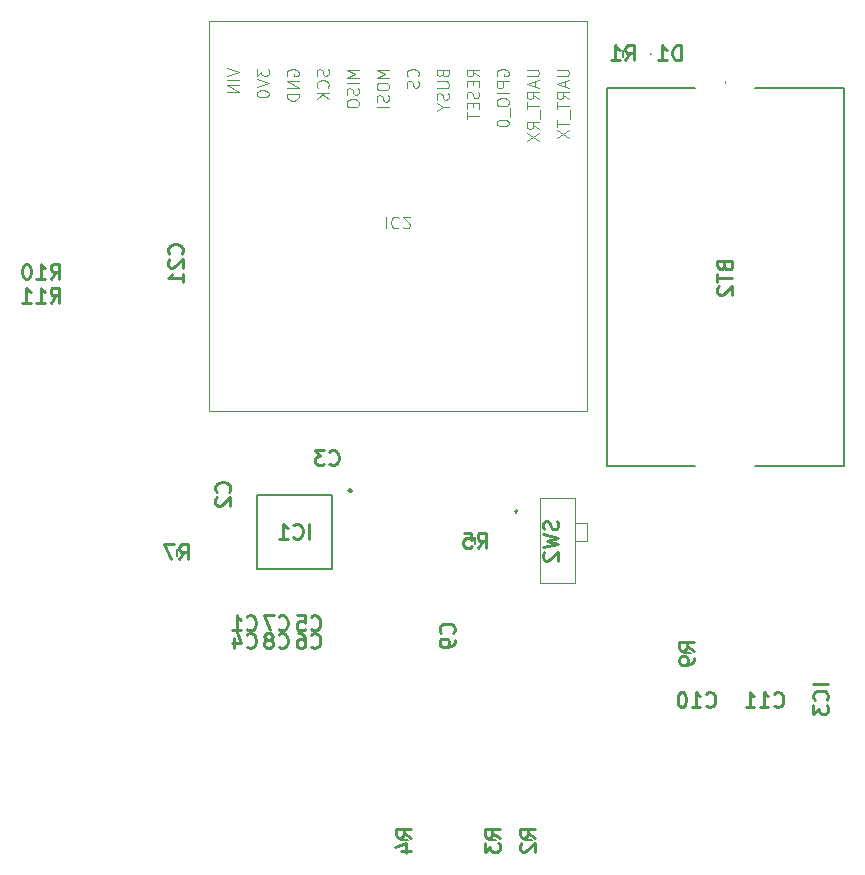
<source format=gbr>
%TF.GenerationSoftware,KiCad,Pcbnew,9.0.6-1.fc43*%
%TF.CreationDate,2025-12-20T07:51:11-05:00*%
%TF.ProjectId,electrical,656c6563-7472-4696-9361-6c2e6b696361,rev?*%
%TF.SameCoordinates,Original*%
%TF.FileFunction,Legend,Bot*%
%TF.FilePolarity,Positive*%
%FSLAX46Y46*%
G04 Gerber Fmt 4.6, Leading zero omitted, Abs format (unit mm)*
G04 Created by KiCad (PCBNEW 9.0.6-1.fc43) date 2025-12-20 07:51:11*
%MOMM*%
%LPD*%
G01*
G04 APERTURE LIST*
%ADD10C,0.254000*%
%ADD11C,0.100000*%
%ADD12C,0.200000*%
%ADD13C,0.250000*%
G04 APERTURE END LIST*
D10*
X168763842Y-105306666D02*
X168824318Y-105488095D01*
X168824318Y-105488095D02*
X168824318Y-105790476D01*
X168824318Y-105790476D02*
X168763842Y-105911428D01*
X168763842Y-105911428D02*
X168703365Y-105971904D01*
X168703365Y-105971904D02*
X168582413Y-106032381D01*
X168582413Y-106032381D02*
X168461461Y-106032381D01*
X168461461Y-106032381D02*
X168340508Y-105971904D01*
X168340508Y-105971904D02*
X168280032Y-105911428D01*
X168280032Y-105911428D02*
X168219556Y-105790476D01*
X168219556Y-105790476D02*
X168159080Y-105548571D01*
X168159080Y-105548571D02*
X168098603Y-105427619D01*
X168098603Y-105427619D02*
X168038127Y-105367142D01*
X168038127Y-105367142D02*
X167917175Y-105306666D01*
X167917175Y-105306666D02*
X167796222Y-105306666D01*
X167796222Y-105306666D02*
X167675270Y-105367142D01*
X167675270Y-105367142D02*
X167614794Y-105427619D01*
X167614794Y-105427619D02*
X167554318Y-105548571D01*
X167554318Y-105548571D02*
X167554318Y-105850952D01*
X167554318Y-105850952D02*
X167614794Y-106032381D01*
X167554318Y-106455714D02*
X168824318Y-106758095D01*
X168824318Y-106758095D02*
X167917175Y-107000000D01*
X167917175Y-107000000D02*
X168824318Y-107241905D01*
X168824318Y-107241905D02*
X167554318Y-107544286D01*
X167675270Y-107967619D02*
X167614794Y-108028095D01*
X167614794Y-108028095D02*
X167554318Y-108149048D01*
X167554318Y-108149048D02*
X167554318Y-108451429D01*
X167554318Y-108451429D02*
X167614794Y-108572381D01*
X167614794Y-108572381D02*
X167675270Y-108632857D01*
X167675270Y-108632857D02*
X167796222Y-108693334D01*
X167796222Y-108693334D02*
X167917175Y-108693334D01*
X167917175Y-108693334D02*
X168098603Y-108632857D01*
X168098603Y-108632857D02*
X168824318Y-107907143D01*
X168824318Y-107907143D02*
X168824318Y-108693334D01*
X174511666Y-66324318D02*
X174935000Y-65719556D01*
X175237381Y-66324318D02*
X175237381Y-65054318D01*
X175237381Y-65054318D02*
X174753571Y-65054318D01*
X174753571Y-65054318D02*
X174632619Y-65114794D01*
X174632619Y-65114794D02*
X174572142Y-65175270D01*
X174572142Y-65175270D02*
X174511666Y-65296222D01*
X174511666Y-65296222D02*
X174511666Y-65477651D01*
X174511666Y-65477651D02*
X174572142Y-65598603D01*
X174572142Y-65598603D02*
X174632619Y-65659080D01*
X174632619Y-65659080D02*
X174753571Y-65719556D01*
X174753571Y-65719556D02*
X175237381Y-65719556D01*
X173302142Y-66324318D02*
X174027857Y-66324318D01*
X173665000Y-66324318D02*
X173665000Y-65054318D01*
X173665000Y-65054318D02*
X173785952Y-65235746D01*
X173785952Y-65235746D02*
X173906904Y-65356699D01*
X173906904Y-65356699D02*
X174027857Y-65417175D01*
X145161666Y-114465365D02*
X145222142Y-114525842D01*
X145222142Y-114525842D02*
X145403571Y-114586318D01*
X145403571Y-114586318D02*
X145524523Y-114586318D01*
X145524523Y-114586318D02*
X145705952Y-114525842D01*
X145705952Y-114525842D02*
X145826904Y-114404889D01*
X145826904Y-114404889D02*
X145887381Y-114283937D01*
X145887381Y-114283937D02*
X145947857Y-114042032D01*
X145947857Y-114042032D02*
X145947857Y-113860603D01*
X145947857Y-113860603D02*
X145887381Y-113618699D01*
X145887381Y-113618699D02*
X145826904Y-113497746D01*
X145826904Y-113497746D02*
X145705952Y-113376794D01*
X145705952Y-113376794D02*
X145524523Y-113316318D01*
X145524523Y-113316318D02*
X145403571Y-113316318D01*
X145403571Y-113316318D02*
X145222142Y-113376794D01*
X145222142Y-113376794D02*
X145161666Y-113437270D01*
X144738333Y-113316318D02*
X143891666Y-113316318D01*
X143891666Y-113316318D02*
X144435952Y-114586318D01*
X191694318Y-119130437D02*
X190424318Y-119130437D01*
X191573365Y-120460914D02*
X191633842Y-120400438D01*
X191633842Y-120400438D02*
X191694318Y-120219009D01*
X191694318Y-120219009D02*
X191694318Y-120098057D01*
X191694318Y-120098057D02*
X191633842Y-119916628D01*
X191633842Y-119916628D02*
X191512889Y-119795676D01*
X191512889Y-119795676D02*
X191391937Y-119735199D01*
X191391937Y-119735199D02*
X191150032Y-119674723D01*
X191150032Y-119674723D02*
X190968603Y-119674723D01*
X190968603Y-119674723D02*
X190726699Y-119735199D01*
X190726699Y-119735199D02*
X190605746Y-119795676D01*
X190605746Y-119795676D02*
X190484794Y-119916628D01*
X190484794Y-119916628D02*
X190424318Y-120098057D01*
X190424318Y-120098057D02*
X190424318Y-120219009D01*
X190424318Y-120219009D02*
X190484794Y-120400438D01*
X190484794Y-120400438D02*
X190545270Y-120460914D01*
X190424318Y-120884247D02*
X190424318Y-121670438D01*
X190424318Y-121670438D02*
X190908127Y-121247104D01*
X190908127Y-121247104D02*
X190908127Y-121428533D01*
X190908127Y-121428533D02*
X190968603Y-121549485D01*
X190968603Y-121549485D02*
X191029080Y-121609961D01*
X191029080Y-121609961D02*
X191150032Y-121670438D01*
X191150032Y-121670438D02*
X191452413Y-121670438D01*
X191452413Y-121670438D02*
X191573365Y-121609961D01*
X191573365Y-121609961D02*
X191633842Y-121549485D01*
X191633842Y-121549485D02*
X191694318Y-121428533D01*
X191694318Y-121428533D02*
X191694318Y-121065676D01*
X191694318Y-121065676D02*
X191633842Y-120944723D01*
X191633842Y-120944723D02*
X191573365Y-120884247D01*
X166874318Y-132128333D02*
X166269556Y-131704999D01*
X166874318Y-131402618D02*
X165604318Y-131402618D01*
X165604318Y-131402618D02*
X165604318Y-131886428D01*
X165604318Y-131886428D02*
X165664794Y-132007380D01*
X165664794Y-132007380D02*
X165725270Y-132067857D01*
X165725270Y-132067857D02*
X165846222Y-132128333D01*
X165846222Y-132128333D02*
X166027651Y-132128333D01*
X166027651Y-132128333D02*
X166148603Y-132067857D01*
X166148603Y-132067857D02*
X166209080Y-132007380D01*
X166209080Y-132007380D02*
X166269556Y-131886428D01*
X166269556Y-131886428D02*
X166269556Y-131402618D01*
X165725270Y-132612142D02*
X165664794Y-132672618D01*
X165664794Y-132672618D02*
X165604318Y-132793571D01*
X165604318Y-132793571D02*
X165604318Y-133095952D01*
X165604318Y-133095952D02*
X165664794Y-133216904D01*
X165664794Y-133216904D02*
X165725270Y-133277380D01*
X165725270Y-133277380D02*
X165846222Y-133337857D01*
X165846222Y-133337857D02*
X165967175Y-133337857D01*
X165967175Y-133337857D02*
X166148603Y-133277380D01*
X166148603Y-133277380D02*
X166874318Y-132551666D01*
X166874318Y-132551666D02*
X166874318Y-133337857D01*
X147911666Y-114465365D02*
X147972142Y-114525842D01*
X147972142Y-114525842D02*
X148153571Y-114586318D01*
X148153571Y-114586318D02*
X148274523Y-114586318D01*
X148274523Y-114586318D02*
X148455952Y-114525842D01*
X148455952Y-114525842D02*
X148576904Y-114404889D01*
X148576904Y-114404889D02*
X148637381Y-114283937D01*
X148637381Y-114283937D02*
X148697857Y-114042032D01*
X148697857Y-114042032D02*
X148697857Y-113860603D01*
X148697857Y-113860603D02*
X148637381Y-113618699D01*
X148637381Y-113618699D02*
X148576904Y-113497746D01*
X148576904Y-113497746D02*
X148455952Y-113376794D01*
X148455952Y-113376794D02*
X148274523Y-113316318D01*
X148274523Y-113316318D02*
X148153571Y-113316318D01*
X148153571Y-113316318D02*
X147972142Y-113376794D01*
X147972142Y-113376794D02*
X147911666Y-113437270D01*
X146762619Y-113316318D02*
X147367381Y-113316318D01*
X147367381Y-113316318D02*
X147427857Y-113921080D01*
X147427857Y-113921080D02*
X147367381Y-113860603D01*
X147367381Y-113860603D02*
X147246428Y-113800127D01*
X147246428Y-113800127D02*
X146944047Y-113800127D01*
X146944047Y-113800127D02*
X146823095Y-113860603D01*
X146823095Y-113860603D02*
X146762619Y-113921080D01*
X146762619Y-113921080D02*
X146702142Y-114042032D01*
X146702142Y-114042032D02*
X146702142Y-114344413D01*
X146702142Y-114344413D02*
X146762619Y-114465365D01*
X146762619Y-114465365D02*
X146823095Y-114525842D01*
X146823095Y-114525842D02*
X146944047Y-114586318D01*
X146944047Y-114586318D02*
X147246428Y-114586318D01*
X147246428Y-114586318D02*
X147367381Y-114525842D01*
X147367381Y-114525842D02*
X147427857Y-114465365D01*
X163874318Y-132128333D02*
X163269556Y-131704999D01*
X163874318Y-131402618D02*
X162604318Y-131402618D01*
X162604318Y-131402618D02*
X162604318Y-131886428D01*
X162604318Y-131886428D02*
X162664794Y-132007380D01*
X162664794Y-132007380D02*
X162725270Y-132067857D01*
X162725270Y-132067857D02*
X162846222Y-132128333D01*
X162846222Y-132128333D02*
X163027651Y-132128333D01*
X163027651Y-132128333D02*
X163148603Y-132067857D01*
X163148603Y-132067857D02*
X163209080Y-132007380D01*
X163209080Y-132007380D02*
X163269556Y-131886428D01*
X163269556Y-131886428D02*
X163269556Y-131402618D01*
X162604318Y-132551666D02*
X162604318Y-133337857D01*
X162604318Y-133337857D02*
X163088127Y-132914523D01*
X163088127Y-132914523D02*
X163088127Y-133095952D01*
X163088127Y-133095952D02*
X163148603Y-133216904D01*
X163148603Y-133216904D02*
X163209080Y-133277380D01*
X163209080Y-133277380D02*
X163330032Y-133337857D01*
X163330032Y-133337857D02*
X163632413Y-133337857D01*
X163632413Y-133337857D02*
X163753365Y-133277380D01*
X163753365Y-133277380D02*
X163813842Y-133216904D01*
X163813842Y-133216904D02*
X163874318Y-133095952D01*
X163874318Y-133095952D02*
X163874318Y-132733095D01*
X163874318Y-132733095D02*
X163813842Y-132612142D01*
X163813842Y-132612142D02*
X163753365Y-132551666D01*
X140953365Y-102838333D02*
X141013842Y-102777857D01*
X141013842Y-102777857D02*
X141074318Y-102596428D01*
X141074318Y-102596428D02*
X141074318Y-102475476D01*
X141074318Y-102475476D02*
X141013842Y-102294047D01*
X141013842Y-102294047D02*
X140892889Y-102173095D01*
X140892889Y-102173095D02*
X140771937Y-102112618D01*
X140771937Y-102112618D02*
X140530032Y-102052142D01*
X140530032Y-102052142D02*
X140348603Y-102052142D01*
X140348603Y-102052142D02*
X140106699Y-102112618D01*
X140106699Y-102112618D02*
X139985746Y-102173095D01*
X139985746Y-102173095D02*
X139864794Y-102294047D01*
X139864794Y-102294047D02*
X139804318Y-102475476D01*
X139804318Y-102475476D02*
X139804318Y-102596428D01*
X139804318Y-102596428D02*
X139864794Y-102777857D01*
X139864794Y-102777857D02*
X139925270Y-102838333D01*
X139925270Y-103322142D02*
X139864794Y-103382618D01*
X139864794Y-103382618D02*
X139804318Y-103503571D01*
X139804318Y-103503571D02*
X139804318Y-103805952D01*
X139804318Y-103805952D02*
X139864794Y-103926904D01*
X139864794Y-103926904D02*
X139925270Y-103987380D01*
X139925270Y-103987380D02*
X140046222Y-104047857D01*
X140046222Y-104047857D02*
X140167175Y-104047857D01*
X140167175Y-104047857D02*
X140348603Y-103987380D01*
X140348603Y-103987380D02*
X141074318Y-103261666D01*
X141074318Y-103261666D02*
X141074318Y-104047857D01*
X182909080Y-83702143D02*
X182969556Y-83883571D01*
X182969556Y-83883571D02*
X183030032Y-83944048D01*
X183030032Y-83944048D02*
X183150984Y-84004524D01*
X183150984Y-84004524D02*
X183332413Y-84004524D01*
X183332413Y-84004524D02*
X183453365Y-83944048D01*
X183453365Y-83944048D02*
X183513842Y-83883571D01*
X183513842Y-83883571D02*
X183574318Y-83762619D01*
X183574318Y-83762619D02*
X183574318Y-83278809D01*
X183574318Y-83278809D02*
X182304318Y-83278809D01*
X182304318Y-83278809D02*
X182304318Y-83702143D01*
X182304318Y-83702143D02*
X182364794Y-83823095D01*
X182364794Y-83823095D02*
X182425270Y-83883571D01*
X182425270Y-83883571D02*
X182546222Y-83944048D01*
X182546222Y-83944048D02*
X182667175Y-83944048D01*
X182667175Y-83944048D02*
X182788127Y-83883571D01*
X182788127Y-83883571D02*
X182848603Y-83823095D01*
X182848603Y-83823095D02*
X182909080Y-83702143D01*
X182909080Y-83702143D02*
X182909080Y-83278809D01*
X182304318Y-84367381D02*
X182304318Y-85093095D01*
X183574318Y-84730238D02*
X182304318Y-84730238D01*
X182425270Y-85455952D02*
X182364794Y-85516428D01*
X182364794Y-85516428D02*
X182304318Y-85637381D01*
X182304318Y-85637381D02*
X182304318Y-85939762D01*
X182304318Y-85939762D02*
X182364794Y-86060714D01*
X182364794Y-86060714D02*
X182425270Y-86121190D01*
X182425270Y-86121190D02*
X182546222Y-86181667D01*
X182546222Y-86181667D02*
X182667175Y-86181667D01*
X182667175Y-86181667D02*
X182848603Y-86121190D01*
X182848603Y-86121190D02*
X183574318Y-85395476D01*
X183574318Y-85395476D02*
X183574318Y-86181667D01*
X149461666Y-100465365D02*
X149522142Y-100525842D01*
X149522142Y-100525842D02*
X149703571Y-100586318D01*
X149703571Y-100586318D02*
X149824523Y-100586318D01*
X149824523Y-100586318D02*
X150005952Y-100525842D01*
X150005952Y-100525842D02*
X150126904Y-100404889D01*
X150126904Y-100404889D02*
X150187381Y-100283937D01*
X150187381Y-100283937D02*
X150247857Y-100042032D01*
X150247857Y-100042032D02*
X150247857Y-99860603D01*
X150247857Y-99860603D02*
X150187381Y-99618699D01*
X150187381Y-99618699D02*
X150126904Y-99497746D01*
X150126904Y-99497746D02*
X150005952Y-99376794D01*
X150005952Y-99376794D02*
X149824523Y-99316318D01*
X149824523Y-99316318D02*
X149703571Y-99316318D01*
X149703571Y-99316318D02*
X149522142Y-99376794D01*
X149522142Y-99376794D02*
X149461666Y-99437270D01*
X149038333Y-99316318D02*
X148252142Y-99316318D01*
X148252142Y-99316318D02*
X148675476Y-99800127D01*
X148675476Y-99800127D02*
X148494047Y-99800127D01*
X148494047Y-99800127D02*
X148373095Y-99860603D01*
X148373095Y-99860603D02*
X148312619Y-99921080D01*
X148312619Y-99921080D02*
X148252142Y-100042032D01*
X148252142Y-100042032D02*
X148252142Y-100344413D01*
X148252142Y-100344413D02*
X148312619Y-100465365D01*
X148312619Y-100465365D02*
X148373095Y-100525842D01*
X148373095Y-100525842D02*
X148494047Y-100586318D01*
X148494047Y-100586318D02*
X148856904Y-100586318D01*
X148856904Y-100586318D02*
X148977857Y-100525842D01*
X148977857Y-100525842D02*
X149038333Y-100465365D01*
X136953365Y-82683571D02*
X137013842Y-82623095D01*
X137013842Y-82623095D02*
X137074318Y-82441666D01*
X137074318Y-82441666D02*
X137074318Y-82320714D01*
X137074318Y-82320714D02*
X137013842Y-82139285D01*
X137013842Y-82139285D02*
X136892889Y-82018333D01*
X136892889Y-82018333D02*
X136771937Y-81957856D01*
X136771937Y-81957856D02*
X136530032Y-81897380D01*
X136530032Y-81897380D02*
X136348603Y-81897380D01*
X136348603Y-81897380D02*
X136106699Y-81957856D01*
X136106699Y-81957856D02*
X135985746Y-82018333D01*
X135985746Y-82018333D02*
X135864794Y-82139285D01*
X135864794Y-82139285D02*
X135804318Y-82320714D01*
X135804318Y-82320714D02*
X135804318Y-82441666D01*
X135804318Y-82441666D02*
X135864794Y-82623095D01*
X135864794Y-82623095D02*
X135925270Y-82683571D01*
X135925270Y-83167380D02*
X135864794Y-83227856D01*
X135864794Y-83227856D02*
X135804318Y-83348809D01*
X135804318Y-83348809D02*
X135804318Y-83651190D01*
X135804318Y-83651190D02*
X135864794Y-83772142D01*
X135864794Y-83772142D02*
X135925270Y-83832618D01*
X135925270Y-83832618D02*
X136046222Y-83893095D01*
X136046222Y-83893095D02*
X136167175Y-83893095D01*
X136167175Y-83893095D02*
X136348603Y-83832618D01*
X136348603Y-83832618D02*
X137074318Y-83106904D01*
X137074318Y-83106904D02*
X137074318Y-83893095D01*
X137074318Y-85102619D02*
X137074318Y-84376904D01*
X137074318Y-84739761D02*
X135804318Y-84739761D01*
X135804318Y-84739761D02*
X135985746Y-84618809D01*
X135985746Y-84618809D02*
X136106699Y-84497857D01*
X136106699Y-84497857D02*
X136167175Y-84376904D01*
X142461666Y-115965365D02*
X142522142Y-116025842D01*
X142522142Y-116025842D02*
X142703571Y-116086318D01*
X142703571Y-116086318D02*
X142824523Y-116086318D01*
X142824523Y-116086318D02*
X143005952Y-116025842D01*
X143005952Y-116025842D02*
X143126904Y-115904889D01*
X143126904Y-115904889D02*
X143187381Y-115783937D01*
X143187381Y-115783937D02*
X143247857Y-115542032D01*
X143247857Y-115542032D02*
X143247857Y-115360603D01*
X143247857Y-115360603D02*
X143187381Y-115118699D01*
X143187381Y-115118699D02*
X143126904Y-114997746D01*
X143126904Y-114997746D02*
X143005952Y-114876794D01*
X143005952Y-114876794D02*
X142824523Y-114816318D01*
X142824523Y-114816318D02*
X142703571Y-114816318D01*
X142703571Y-114816318D02*
X142522142Y-114876794D01*
X142522142Y-114876794D02*
X142461666Y-114937270D01*
X141373095Y-115239651D02*
X141373095Y-116086318D01*
X141675476Y-114755842D02*
X141977857Y-115662984D01*
X141977857Y-115662984D02*
X141191666Y-115662984D01*
X145161666Y-115965365D02*
X145222142Y-116025842D01*
X145222142Y-116025842D02*
X145403571Y-116086318D01*
X145403571Y-116086318D02*
X145524523Y-116086318D01*
X145524523Y-116086318D02*
X145705952Y-116025842D01*
X145705952Y-116025842D02*
X145826904Y-115904889D01*
X145826904Y-115904889D02*
X145887381Y-115783937D01*
X145887381Y-115783937D02*
X145947857Y-115542032D01*
X145947857Y-115542032D02*
X145947857Y-115360603D01*
X145947857Y-115360603D02*
X145887381Y-115118699D01*
X145887381Y-115118699D02*
X145826904Y-114997746D01*
X145826904Y-114997746D02*
X145705952Y-114876794D01*
X145705952Y-114876794D02*
X145524523Y-114816318D01*
X145524523Y-114816318D02*
X145403571Y-114816318D01*
X145403571Y-114816318D02*
X145222142Y-114876794D01*
X145222142Y-114876794D02*
X145161666Y-114937270D01*
X144435952Y-115360603D02*
X144556904Y-115300127D01*
X144556904Y-115300127D02*
X144617381Y-115239651D01*
X144617381Y-115239651D02*
X144677857Y-115118699D01*
X144677857Y-115118699D02*
X144677857Y-115058222D01*
X144677857Y-115058222D02*
X144617381Y-114937270D01*
X144617381Y-114937270D02*
X144556904Y-114876794D01*
X144556904Y-114876794D02*
X144435952Y-114816318D01*
X144435952Y-114816318D02*
X144194047Y-114816318D01*
X144194047Y-114816318D02*
X144073095Y-114876794D01*
X144073095Y-114876794D02*
X144012619Y-114937270D01*
X144012619Y-114937270D02*
X143952142Y-115058222D01*
X143952142Y-115058222D02*
X143952142Y-115118699D01*
X143952142Y-115118699D02*
X144012619Y-115239651D01*
X144012619Y-115239651D02*
X144073095Y-115300127D01*
X144073095Y-115300127D02*
X144194047Y-115360603D01*
X144194047Y-115360603D02*
X144435952Y-115360603D01*
X144435952Y-115360603D02*
X144556904Y-115421080D01*
X144556904Y-115421080D02*
X144617381Y-115481556D01*
X144617381Y-115481556D02*
X144677857Y-115602508D01*
X144677857Y-115602508D02*
X144677857Y-115844413D01*
X144677857Y-115844413D02*
X144617381Y-115965365D01*
X144617381Y-115965365D02*
X144556904Y-116025842D01*
X144556904Y-116025842D02*
X144435952Y-116086318D01*
X144435952Y-116086318D02*
X144194047Y-116086318D01*
X144194047Y-116086318D02*
X144073095Y-116025842D01*
X144073095Y-116025842D02*
X144012619Y-115965365D01*
X144012619Y-115965365D02*
X143952142Y-115844413D01*
X143952142Y-115844413D02*
X143952142Y-115602508D01*
X143952142Y-115602508D02*
X144012619Y-115481556D01*
X144012619Y-115481556D02*
X144073095Y-115421080D01*
X144073095Y-115421080D02*
X144194047Y-115360603D01*
X162011666Y-107574318D02*
X162435000Y-106969556D01*
X162737381Y-107574318D02*
X162737381Y-106304318D01*
X162737381Y-106304318D02*
X162253571Y-106304318D01*
X162253571Y-106304318D02*
X162132619Y-106364794D01*
X162132619Y-106364794D02*
X162072142Y-106425270D01*
X162072142Y-106425270D02*
X162011666Y-106546222D01*
X162011666Y-106546222D02*
X162011666Y-106727651D01*
X162011666Y-106727651D02*
X162072142Y-106848603D01*
X162072142Y-106848603D02*
X162132619Y-106909080D01*
X162132619Y-106909080D02*
X162253571Y-106969556D01*
X162253571Y-106969556D02*
X162737381Y-106969556D01*
X160862619Y-106304318D02*
X161467381Y-106304318D01*
X161467381Y-106304318D02*
X161527857Y-106909080D01*
X161527857Y-106909080D02*
X161467381Y-106848603D01*
X161467381Y-106848603D02*
X161346428Y-106788127D01*
X161346428Y-106788127D02*
X161044047Y-106788127D01*
X161044047Y-106788127D02*
X160923095Y-106848603D01*
X160923095Y-106848603D02*
X160862619Y-106909080D01*
X160862619Y-106909080D02*
X160802142Y-107030032D01*
X160802142Y-107030032D02*
X160802142Y-107332413D01*
X160802142Y-107332413D02*
X160862619Y-107453365D01*
X160862619Y-107453365D02*
X160923095Y-107513842D01*
X160923095Y-107513842D02*
X161044047Y-107574318D01*
X161044047Y-107574318D02*
X161346428Y-107574318D01*
X161346428Y-107574318D02*
X161467381Y-107513842D01*
X161467381Y-107513842D02*
X161527857Y-107453365D01*
X156374318Y-132128333D02*
X155769556Y-131704999D01*
X156374318Y-131402618D02*
X155104318Y-131402618D01*
X155104318Y-131402618D02*
X155104318Y-131886428D01*
X155104318Y-131886428D02*
X155164794Y-132007380D01*
X155164794Y-132007380D02*
X155225270Y-132067857D01*
X155225270Y-132067857D02*
X155346222Y-132128333D01*
X155346222Y-132128333D02*
X155527651Y-132128333D01*
X155527651Y-132128333D02*
X155648603Y-132067857D01*
X155648603Y-132067857D02*
X155709080Y-132007380D01*
X155709080Y-132007380D02*
X155769556Y-131886428D01*
X155769556Y-131886428D02*
X155769556Y-131402618D01*
X155527651Y-133216904D02*
X156374318Y-133216904D01*
X155043842Y-132914523D02*
X155950984Y-132612142D01*
X155950984Y-132612142D02*
X155950984Y-133398333D01*
X180324318Y-116288333D02*
X179719556Y-115864999D01*
X180324318Y-115562618D02*
X179054318Y-115562618D01*
X179054318Y-115562618D02*
X179054318Y-116046428D01*
X179054318Y-116046428D02*
X179114794Y-116167380D01*
X179114794Y-116167380D02*
X179175270Y-116227857D01*
X179175270Y-116227857D02*
X179296222Y-116288333D01*
X179296222Y-116288333D02*
X179477651Y-116288333D01*
X179477651Y-116288333D02*
X179598603Y-116227857D01*
X179598603Y-116227857D02*
X179659080Y-116167380D01*
X179659080Y-116167380D02*
X179719556Y-116046428D01*
X179719556Y-116046428D02*
X179719556Y-115562618D01*
X180324318Y-116893095D02*
X180324318Y-117134999D01*
X180324318Y-117134999D02*
X180263842Y-117255952D01*
X180263842Y-117255952D02*
X180203365Y-117316428D01*
X180203365Y-117316428D02*
X180021937Y-117437380D01*
X180021937Y-117437380D02*
X179780032Y-117497857D01*
X179780032Y-117497857D02*
X179296222Y-117497857D01*
X179296222Y-117497857D02*
X179175270Y-117437380D01*
X179175270Y-117437380D02*
X179114794Y-117376904D01*
X179114794Y-117376904D02*
X179054318Y-117255952D01*
X179054318Y-117255952D02*
X179054318Y-117014047D01*
X179054318Y-117014047D02*
X179114794Y-116893095D01*
X179114794Y-116893095D02*
X179175270Y-116832618D01*
X179175270Y-116832618D02*
X179296222Y-116772142D01*
X179296222Y-116772142D02*
X179598603Y-116772142D01*
X179598603Y-116772142D02*
X179719556Y-116832618D01*
X179719556Y-116832618D02*
X179780032Y-116893095D01*
X179780032Y-116893095D02*
X179840508Y-117014047D01*
X179840508Y-117014047D02*
X179840508Y-117255952D01*
X179840508Y-117255952D02*
X179780032Y-117376904D01*
X179780032Y-117376904D02*
X179719556Y-117437380D01*
X179719556Y-117437380D02*
X179598603Y-117497857D01*
X159953365Y-114788333D02*
X160013842Y-114727857D01*
X160013842Y-114727857D02*
X160074318Y-114546428D01*
X160074318Y-114546428D02*
X160074318Y-114425476D01*
X160074318Y-114425476D02*
X160013842Y-114244047D01*
X160013842Y-114244047D02*
X159892889Y-114123095D01*
X159892889Y-114123095D02*
X159771937Y-114062618D01*
X159771937Y-114062618D02*
X159530032Y-114002142D01*
X159530032Y-114002142D02*
X159348603Y-114002142D01*
X159348603Y-114002142D02*
X159106699Y-114062618D01*
X159106699Y-114062618D02*
X158985746Y-114123095D01*
X158985746Y-114123095D02*
X158864794Y-114244047D01*
X158864794Y-114244047D02*
X158804318Y-114425476D01*
X158804318Y-114425476D02*
X158804318Y-114546428D01*
X158804318Y-114546428D02*
X158864794Y-114727857D01*
X158864794Y-114727857D02*
X158925270Y-114788333D01*
X160074318Y-115393095D02*
X160074318Y-115634999D01*
X160074318Y-115634999D02*
X160013842Y-115755952D01*
X160013842Y-115755952D02*
X159953365Y-115816428D01*
X159953365Y-115816428D02*
X159771937Y-115937380D01*
X159771937Y-115937380D02*
X159530032Y-115997857D01*
X159530032Y-115997857D02*
X159046222Y-115997857D01*
X159046222Y-115997857D02*
X158925270Y-115937380D01*
X158925270Y-115937380D02*
X158864794Y-115876904D01*
X158864794Y-115876904D02*
X158804318Y-115755952D01*
X158804318Y-115755952D02*
X158804318Y-115514047D01*
X158804318Y-115514047D02*
X158864794Y-115393095D01*
X158864794Y-115393095D02*
X158925270Y-115332618D01*
X158925270Y-115332618D02*
X159046222Y-115272142D01*
X159046222Y-115272142D02*
X159348603Y-115272142D01*
X159348603Y-115272142D02*
X159469556Y-115332618D01*
X159469556Y-115332618D02*
X159530032Y-115393095D01*
X159530032Y-115393095D02*
X159590508Y-115514047D01*
X159590508Y-115514047D02*
X159590508Y-115755952D01*
X159590508Y-115755952D02*
X159530032Y-115876904D01*
X159530032Y-115876904D02*
X159469556Y-115937380D01*
X159469556Y-115937380D02*
X159348603Y-115997857D01*
X125866428Y-84824318D02*
X126289762Y-84219556D01*
X126592143Y-84824318D02*
X126592143Y-83554318D01*
X126592143Y-83554318D02*
X126108333Y-83554318D01*
X126108333Y-83554318D02*
X125987381Y-83614794D01*
X125987381Y-83614794D02*
X125926904Y-83675270D01*
X125926904Y-83675270D02*
X125866428Y-83796222D01*
X125866428Y-83796222D02*
X125866428Y-83977651D01*
X125866428Y-83977651D02*
X125926904Y-84098603D01*
X125926904Y-84098603D02*
X125987381Y-84159080D01*
X125987381Y-84159080D02*
X126108333Y-84219556D01*
X126108333Y-84219556D02*
X126592143Y-84219556D01*
X124656904Y-84824318D02*
X125382619Y-84824318D01*
X125019762Y-84824318D02*
X125019762Y-83554318D01*
X125019762Y-83554318D02*
X125140714Y-83735746D01*
X125140714Y-83735746D02*
X125261666Y-83856699D01*
X125261666Y-83856699D02*
X125382619Y-83917175D01*
X123870714Y-83554318D02*
X123749761Y-83554318D01*
X123749761Y-83554318D02*
X123628809Y-83614794D01*
X123628809Y-83614794D02*
X123568333Y-83675270D01*
X123568333Y-83675270D02*
X123507857Y-83796222D01*
X123507857Y-83796222D02*
X123447380Y-84038127D01*
X123447380Y-84038127D02*
X123447380Y-84340508D01*
X123447380Y-84340508D02*
X123507857Y-84582413D01*
X123507857Y-84582413D02*
X123568333Y-84703365D01*
X123568333Y-84703365D02*
X123628809Y-84763842D01*
X123628809Y-84763842D02*
X123749761Y-84824318D01*
X123749761Y-84824318D02*
X123870714Y-84824318D01*
X123870714Y-84824318D02*
X123991666Y-84763842D01*
X123991666Y-84763842D02*
X124052142Y-84703365D01*
X124052142Y-84703365D02*
X124112619Y-84582413D01*
X124112619Y-84582413D02*
X124173095Y-84340508D01*
X124173095Y-84340508D02*
X124173095Y-84038127D01*
X124173095Y-84038127D02*
X124112619Y-83796222D01*
X124112619Y-83796222D02*
X124052142Y-83675270D01*
X124052142Y-83675270D02*
X123991666Y-83614794D01*
X123991666Y-83614794D02*
X123870714Y-83554318D01*
X187116428Y-120953365D02*
X187176904Y-121013842D01*
X187176904Y-121013842D02*
X187358333Y-121074318D01*
X187358333Y-121074318D02*
X187479285Y-121074318D01*
X187479285Y-121074318D02*
X187660714Y-121013842D01*
X187660714Y-121013842D02*
X187781666Y-120892889D01*
X187781666Y-120892889D02*
X187842143Y-120771937D01*
X187842143Y-120771937D02*
X187902619Y-120530032D01*
X187902619Y-120530032D02*
X187902619Y-120348603D01*
X187902619Y-120348603D02*
X187842143Y-120106699D01*
X187842143Y-120106699D02*
X187781666Y-119985746D01*
X187781666Y-119985746D02*
X187660714Y-119864794D01*
X187660714Y-119864794D02*
X187479285Y-119804318D01*
X187479285Y-119804318D02*
X187358333Y-119804318D01*
X187358333Y-119804318D02*
X187176904Y-119864794D01*
X187176904Y-119864794D02*
X187116428Y-119925270D01*
X185906904Y-121074318D02*
X186632619Y-121074318D01*
X186269762Y-121074318D02*
X186269762Y-119804318D01*
X186269762Y-119804318D02*
X186390714Y-119985746D01*
X186390714Y-119985746D02*
X186511666Y-120106699D01*
X186511666Y-120106699D02*
X186632619Y-120167175D01*
X184697380Y-121074318D02*
X185423095Y-121074318D01*
X185060238Y-121074318D02*
X185060238Y-119804318D01*
X185060238Y-119804318D02*
X185181190Y-119985746D01*
X185181190Y-119985746D02*
X185302142Y-120106699D01*
X185302142Y-120106699D02*
X185423095Y-120167175D01*
X181366428Y-120953365D02*
X181426904Y-121013842D01*
X181426904Y-121013842D02*
X181608333Y-121074318D01*
X181608333Y-121074318D02*
X181729285Y-121074318D01*
X181729285Y-121074318D02*
X181910714Y-121013842D01*
X181910714Y-121013842D02*
X182031666Y-120892889D01*
X182031666Y-120892889D02*
X182092143Y-120771937D01*
X182092143Y-120771937D02*
X182152619Y-120530032D01*
X182152619Y-120530032D02*
X182152619Y-120348603D01*
X182152619Y-120348603D02*
X182092143Y-120106699D01*
X182092143Y-120106699D02*
X182031666Y-119985746D01*
X182031666Y-119985746D02*
X181910714Y-119864794D01*
X181910714Y-119864794D02*
X181729285Y-119804318D01*
X181729285Y-119804318D02*
X181608333Y-119804318D01*
X181608333Y-119804318D02*
X181426904Y-119864794D01*
X181426904Y-119864794D02*
X181366428Y-119925270D01*
X180156904Y-121074318D02*
X180882619Y-121074318D01*
X180519762Y-121074318D02*
X180519762Y-119804318D01*
X180519762Y-119804318D02*
X180640714Y-119985746D01*
X180640714Y-119985746D02*
X180761666Y-120106699D01*
X180761666Y-120106699D02*
X180882619Y-120167175D01*
X179370714Y-119804318D02*
X179249761Y-119804318D01*
X179249761Y-119804318D02*
X179128809Y-119864794D01*
X179128809Y-119864794D02*
X179068333Y-119925270D01*
X179068333Y-119925270D02*
X179007857Y-120046222D01*
X179007857Y-120046222D02*
X178947380Y-120288127D01*
X178947380Y-120288127D02*
X178947380Y-120590508D01*
X178947380Y-120590508D02*
X179007857Y-120832413D01*
X179007857Y-120832413D02*
X179068333Y-120953365D01*
X179068333Y-120953365D02*
X179128809Y-121013842D01*
X179128809Y-121013842D02*
X179249761Y-121074318D01*
X179249761Y-121074318D02*
X179370714Y-121074318D01*
X179370714Y-121074318D02*
X179491666Y-121013842D01*
X179491666Y-121013842D02*
X179552142Y-120953365D01*
X179552142Y-120953365D02*
X179612619Y-120832413D01*
X179612619Y-120832413D02*
X179673095Y-120590508D01*
X179673095Y-120590508D02*
X179673095Y-120288127D01*
X179673095Y-120288127D02*
X179612619Y-120046222D01*
X179612619Y-120046222D02*
X179552142Y-119925270D01*
X179552142Y-119925270D02*
X179491666Y-119864794D01*
X179491666Y-119864794D02*
X179370714Y-119804318D01*
D11*
X154273810Y-79542580D02*
X154273810Y-80542580D01*
X155321428Y-79637819D02*
X155273809Y-79590200D01*
X155273809Y-79590200D02*
X155130952Y-79542580D01*
X155130952Y-79542580D02*
X155035714Y-79542580D01*
X155035714Y-79542580D02*
X154892857Y-79590200D01*
X154892857Y-79590200D02*
X154797619Y-79685438D01*
X154797619Y-79685438D02*
X154750000Y-79780676D01*
X154750000Y-79780676D02*
X154702381Y-79971152D01*
X154702381Y-79971152D02*
X154702381Y-80114009D01*
X154702381Y-80114009D02*
X154750000Y-80304485D01*
X154750000Y-80304485D02*
X154797619Y-80399723D01*
X154797619Y-80399723D02*
X154892857Y-80494961D01*
X154892857Y-80494961D02*
X155035714Y-80542580D01*
X155035714Y-80542580D02*
X155130952Y-80542580D01*
X155130952Y-80542580D02*
X155273809Y-80494961D01*
X155273809Y-80494961D02*
X155321428Y-80447342D01*
X155702381Y-80447342D02*
X155750000Y-80494961D01*
X155750000Y-80494961D02*
X155845238Y-80542580D01*
X155845238Y-80542580D02*
X156083333Y-80542580D01*
X156083333Y-80542580D02*
X156178571Y-80494961D01*
X156178571Y-80494961D02*
X156226190Y-80447342D01*
X156226190Y-80447342D02*
X156273809Y-80352104D01*
X156273809Y-80352104D02*
X156273809Y-80256866D01*
X156273809Y-80256866D02*
X156226190Y-80114009D01*
X156226190Y-80114009D02*
X155654762Y-79542580D01*
X155654762Y-79542580D02*
X156273809Y-79542580D01*
X156932180Y-67675312D02*
X156979800Y-67627693D01*
X156979800Y-67627693D02*
X157027419Y-67484836D01*
X157027419Y-67484836D02*
X157027419Y-67389598D01*
X157027419Y-67389598D02*
X156979800Y-67246741D01*
X156979800Y-67246741D02*
X156884561Y-67151503D01*
X156884561Y-67151503D02*
X156789323Y-67103884D01*
X156789323Y-67103884D02*
X156598847Y-67056265D01*
X156598847Y-67056265D02*
X156455990Y-67056265D01*
X156455990Y-67056265D02*
X156265514Y-67103884D01*
X156265514Y-67103884D02*
X156170276Y-67151503D01*
X156170276Y-67151503D02*
X156075038Y-67246741D01*
X156075038Y-67246741D02*
X156027419Y-67389598D01*
X156027419Y-67389598D02*
X156027419Y-67484836D01*
X156027419Y-67484836D02*
X156075038Y-67627693D01*
X156075038Y-67627693D02*
X156122657Y-67675312D01*
X156979800Y-68056265D02*
X157027419Y-68199122D01*
X157027419Y-68199122D02*
X157027419Y-68437217D01*
X157027419Y-68437217D02*
X156979800Y-68532455D01*
X156979800Y-68532455D02*
X156932180Y-68580074D01*
X156932180Y-68580074D02*
X156836942Y-68627693D01*
X156836942Y-68627693D02*
X156741704Y-68627693D01*
X156741704Y-68627693D02*
X156646466Y-68580074D01*
X156646466Y-68580074D02*
X156598847Y-68532455D01*
X156598847Y-68532455D02*
X156551228Y-68437217D01*
X156551228Y-68437217D02*
X156503609Y-68246741D01*
X156503609Y-68246741D02*
X156455990Y-68151503D01*
X156455990Y-68151503D02*
X156408371Y-68103884D01*
X156408371Y-68103884D02*
X156313133Y-68056265D01*
X156313133Y-68056265D02*
X156217895Y-68056265D01*
X156217895Y-68056265D02*
X156122657Y-68103884D01*
X156122657Y-68103884D02*
X156075038Y-68151503D01*
X156075038Y-68151503D02*
X156027419Y-68246741D01*
X156027419Y-68246741D02*
X156027419Y-68484836D01*
X156027419Y-68484836D02*
X156075038Y-68627693D01*
X149359800Y-67056265D02*
X149407419Y-67199122D01*
X149407419Y-67199122D02*
X149407419Y-67437217D01*
X149407419Y-67437217D02*
X149359800Y-67532455D01*
X149359800Y-67532455D02*
X149312180Y-67580074D01*
X149312180Y-67580074D02*
X149216942Y-67627693D01*
X149216942Y-67627693D02*
X149121704Y-67627693D01*
X149121704Y-67627693D02*
X149026466Y-67580074D01*
X149026466Y-67580074D02*
X148978847Y-67532455D01*
X148978847Y-67532455D02*
X148931228Y-67437217D01*
X148931228Y-67437217D02*
X148883609Y-67246741D01*
X148883609Y-67246741D02*
X148835990Y-67151503D01*
X148835990Y-67151503D02*
X148788371Y-67103884D01*
X148788371Y-67103884D02*
X148693133Y-67056265D01*
X148693133Y-67056265D02*
X148597895Y-67056265D01*
X148597895Y-67056265D02*
X148502657Y-67103884D01*
X148502657Y-67103884D02*
X148455038Y-67151503D01*
X148455038Y-67151503D02*
X148407419Y-67246741D01*
X148407419Y-67246741D02*
X148407419Y-67484836D01*
X148407419Y-67484836D02*
X148455038Y-67627693D01*
X149312180Y-68627693D02*
X149359800Y-68580074D01*
X149359800Y-68580074D02*
X149407419Y-68437217D01*
X149407419Y-68437217D02*
X149407419Y-68341979D01*
X149407419Y-68341979D02*
X149359800Y-68199122D01*
X149359800Y-68199122D02*
X149264561Y-68103884D01*
X149264561Y-68103884D02*
X149169323Y-68056265D01*
X149169323Y-68056265D02*
X148978847Y-68008646D01*
X148978847Y-68008646D02*
X148835990Y-68008646D01*
X148835990Y-68008646D02*
X148645514Y-68056265D01*
X148645514Y-68056265D02*
X148550276Y-68103884D01*
X148550276Y-68103884D02*
X148455038Y-68199122D01*
X148455038Y-68199122D02*
X148407419Y-68341979D01*
X148407419Y-68341979D02*
X148407419Y-68437217D01*
X148407419Y-68437217D02*
X148455038Y-68580074D01*
X148455038Y-68580074D02*
X148502657Y-68627693D01*
X149407419Y-69056265D02*
X148407419Y-69056265D01*
X149407419Y-69627693D02*
X148835990Y-69199122D01*
X148407419Y-69627693D02*
X148978847Y-69056265D01*
X166187419Y-67103884D02*
X166996942Y-67103884D01*
X166996942Y-67103884D02*
X167092180Y-67151503D01*
X167092180Y-67151503D02*
X167139800Y-67199122D01*
X167139800Y-67199122D02*
X167187419Y-67294360D01*
X167187419Y-67294360D02*
X167187419Y-67484836D01*
X167187419Y-67484836D02*
X167139800Y-67580074D01*
X167139800Y-67580074D02*
X167092180Y-67627693D01*
X167092180Y-67627693D02*
X166996942Y-67675312D01*
X166996942Y-67675312D02*
X166187419Y-67675312D01*
X166901704Y-68103884D02*
X166901704Y-68580074D01*
X167187419Y-68008646D02*
X166187419Y-68341979D01*
X166187419Y-68341979D02*
X167187419Y-68675312D01*
X167187419Y-69580074D02*
X166711228Y-69246741D01*
X167187419Y-69008646D02*
X166187419Y-69008646D01*
X166187419Y-69008646D02*
X166187419Y-69389598D01*
X166187419Y-69389598D02*
X166235038Y-69484836D01*
X166235038Y-69484836D02*
X166282657Y-69532455D01*
X166282657Y-69532455D02*
X166377895Y-69580074D01*
X166377895Y-69580074D02*
X166520752Y-69580074D01*
X166520752Y-69580074D02*
X166615990Y-69532455D01*
X166615990Y-69532455D02*
X166663609Y-69484836D01*
X166663609Y-69484836D02*
X166711228Y-69389598D01*
X166711228Y-69389598D02*
X166711228Y-69008646D01*
X166187419Y-69865789D02*
X166187419Y-70437217D01*
X167187419Y-70151503D02*
X166187419Y-70151503D01*
X167282657Y-70532456D02*
X167282657Y-71294360D01*
X167187419Y-72103884D02*
X166711228Y-71770551D01*
X167187419Y-71532456D02*
X166187419Y-71532456D01*
X166187419Y-71532456D02*
X166187419Y-71913408D01*
X166187419Y-71913408D02*
X166235038Y-72008646D01*
X166235038Y-72008646D02*
X166282657Y-72056265D01*
X166282657Y-72056265D02*
X166377895Y-72103884D01*
X166377895Y-72103884D02*
X166520752Y-72103884D01*
X166520752Y-72103884D02*
X166615990Y-72056265D01*
X166615990Y-72056265D02*
X166663609Y-72008646D01*
X166663609Y-72008646D02*
X166711228Y-71913408D01*
X166711228Y-71913408D02*
X166711228Y-71532456D01*
X166187419Y-72437218D02*
X167187419Y-73103884D01*
X166187419Y-73103884D02*
X167187419Y-72437218D01*
X162107419Y-67675312D02*
X161631228Y-67341979D01*
X162107419Y-67103884D02*
X161107419Y-67103884D01*
X161107419Y-67103884D02*
X161107419Y-67484836D01*
X161107419Y-67484836D02*
X161155038Y-67580074D01*
X161155038Y-67580074D02*
X161202657Y-67627693D01*
X161202657Y-67627693D02*
X161297895Y-67675312D01*
X161297895Y-67675312D02*
X161440752Y-67675312D01*
X161440752Y-67675312D02*
X161535990Y-67627693D01*
X161535990Y-67627693D02*
X161583609Y-67580074D01*
X161583609Y-67580074D02*
X161631228Y-67484836D01*
X161631228Y-67484836D02*
X161631228Y-67103884D01*
X161583609Y-68103884D02*
X161583609Y-68437217D01*
X162107419Y-68580074D02*
X162107419Y-68103884D01*
X162107419Y-68103884D02*
X161107419Y-68103884D01*
X161107419Y-68103884D02*
X161107419Y-68580074D01*
X162059800Y-68961027D02*
X162107419Y-69103884D01*
X162107419Y-69103884D02*
X162107419Y-69341979D01*
X162107419Y-69341979D02*
X162059800Y-69437217D01*
X162059800Y-69437217D02*
X162012180Y-69484836D01*
X162012180Y-69484836D02*
X161916942Y-69532455D01*
X161916942Y-69532455D02*
X161821704Y-69532455D01*
X161821704Y-69532455D02*
X161726466Y-69484836D01*
X161726466Y-69484836D02*
X161678847Y-69437217D01*
X161678847Y-69437217D02*
X161631228Y-69341979D01*
X161631228Y-69341979D02*
X161583609Y-69151503D01*
X161583609Y-69151503D02*
X161535990Y-69056265D01*
X161535990Y-69056265D02*
X161488371Y-69008646D01*
X161488371Y-69008646D02*
X161393133Y-68961027D01*
X161393133Y-68961027D02*
X161297895Y-68961027D01*
X161297895Y-68961027D02*
X161202657Y-69008646D01*
X161202657Y-69008646D02*
X161155038Y-69056265D01*
X161155038Y-69056265D02*
X161107419Y-69151503D01*
X161107419Y-69151503D02*
X161107419Y-69389598D01*
X161107419Y-69389598D02*
X161155038Y-69532455D01*
X161583609Y-69961027D02*
X161583609Y-70294360D01*
X162107419Y-70437217D02*
X162107419Y-69961027D01*
X162107419Y-69961027D02*
X161107419Y-69961027D01*
X161107419Y-69961027D02*
X161107419Y-70437217D01*
X161107419Y-70722932D02*
X161107419Y-71294360D01*
X162107419Y-71008646D02*
X161107419Y-71008646D01*
X140787419Y-66961027D02*
X141787419Y-67294360D01*
X141787419Y-67294360D02*
X140787419Y-67627693D01*
X141787419Y-67961027D02*
X140787419Y-67961027D01*
X141787419Y-68437217D02*
X140787419Y-68437217D01*
X140787419Y-68437217D02*
X141787419Y-69008645D01*
X141787419Y-69008645D02*
X140787419Y-69008645D01*
X145915038Y-67627693D02*
X145867419Y-67532455D01*
X145867419Y-67532455D02*
X145867419Y-67389598D01*
X145867419Y-67389598D02*
X145915038Y-67246741D01*
X145915038Y-67246741D02*
X146010276Y-67151503D01*
X146010276Y-67151503D02*
X146105514Y-67103884D01*
X146105514Y-67103884D02*
X146295990Y-67056265D01*
X146295990Y-67056265D02*
X146438847Y-67056265D01*
X146438847Y-67056265D02*
X146629323Y-67103884D01*
X146629323Y-67103884D02*
X146724561Y-67151503D01*
X146724561Y-67151503D02*
X146819800Y-67246741D01*
X146819800Y-67246741D02*
X146867419Y-67389598D01*
X146867419Y-67389598D02*
X146867419Y-67484836D01*
X146867419Y-67484836D02*
X146819800Y-67627693D01*
X146819800Y-67627693D02*
X146772180Y-67675312D01*
X146772180Y-67675312D02*
X146438847Y-67675312D01*
X146438847Y-67675312D02*
X146438847Y-67484836D01*
X146867419Y-68103884D02*
X145867419Y-68103884D01*
X145867419Y-68103884D02*
X146867419Y-68675312D01*
X146867419Y-68675312D02*
X145867419Y-68675312D01*
X146867419Y-69151503D02*
X145867419Y-69151503D01*
X145867419Y-69151503D02*
X145867419Y-69389598D01*
X145867419Y-69389598D02*
X145915038Y-69532455D01*
X145915038Y-69532455D02*
X146010276Y-69627693D01*
X146010276Y-69627693D02*
X146105514Y-69675312D01*
X146105514Y-69675312D02*
X146295990Y-69722931D01*
X146295990Y-69722931D02*
X146438847Y-69722931D01*
X146438847Y-69722931D02*
X146629323Y-69675312D01*
X146629323Y-69675312D02*
X146724561Y-69627693D01*
X146724561Y-69627693D02*
X146819800Y-69532455D01*
X146819800Y-69532455D02*
X146867419Y-69389598D01*
X146867419Y-69389598D02*
X146867419Y-69151503D01*
X168727419Y-67103884D02*
X169536942Y-67103884D01*
X169536942Y-67103884D02*
X169632180Y-67151503D01*
X169632180Y-67151503D02*
X169679800Y-67199122D01*
X169679800Y-67199122D02*
X169727419Y-67294360D01*
X169727419Y-67294360D02*
X169727419Y-67484836D01*
X169727419Y-67484836D02*
X169679800Y-67580074D01*
X169679800Y-67580074D02*
X169632180Y-67627693D01*
X169632180Y-67627693D02*
X169536942Y-67675312D01*
X169536942Y-67675312D02*
X168727419Y-67675312D01*
X169441704Y-68103884D02*
X169441704Y-68580074D01*
X169727419Y-68008646D02*
X168727419Y-68341979D01*
X168727419Y-68341979D02*
X169727419Y-68675312D01*
X169727419Y-69580074D02*
X169251228Y-69246741D01*
X169727419Y-69008646D02*
X168727419Y-69008646D01*
X168727419Y-69008646D02*
X168727419Y-69389598D01*
X168727419Y-69389598D02*
X168775038Y-69484836D01*
X168775038Y-69484836D02*
X168822657Y-69532455D01*
X168822657Y-69532455D02*
X168917895Y-69580074D01*
X168917895Y-69580074D02*
X169060752Y-69580074D01*
X169060752Y-69580074D02*
X169155990Y-69532455D01*
X169155990Y-69532455D02*
X169203609Y-69484836D01*
X169203609Y-69484836D02*
X169251228Y-69389598D01*
X169251228Y-69389598D02*
X169251228Y-69008646D01*
X168727419Y-69865789D02*
X168727419Y-70437217D01*
X169727419Y-70151503D02*
X168727419Y-70151503D01*
X169822657Y-70532456D02*
X169822657Y-71294360D01*
X168727419Y-71389599D02*
X168727419Y-71961027D01*
X169727419Y-71675313D02*
X168727419Y-71675313D01*
X168727419Y-72199123D02*
X169727419Y-72865789D01*
X168727419Y-72865789D02*
X169727419Y-72199123D01*
X143327419Y-67008646D02*
X143327419Y-67627693D01*
X143327419Y-67627693D02*
X143708371Y-67294360D01*
X143708371Y-67294360D02*
X143708371Y-67437217D01*
X143708371Y-67437217D02*
X143755990Y-67532455D01*
X143755990Y-67532455D02*
X143803609Y-67580074D01*
X143803609Y-67580074D02*
X143898847Y-67627693D01*
X143898847Y-67627693D02*
X144136942Y-67627693D01*
X144136942Y-67627693D02*
X144232180Y-67580074D01*
X144232180Y-67580074D02*
X144279800Y-67532455D01*
X144279800Y-67532455D02*
X144327419Y-67437217D01*
X144327419Y-67437217D02*
X144327419Y-67151503D01*
X144327419Y-67151503D02*
X144279800Y-67056265D01*
X144279800Y-67056265D02*
X144232180Y-67008646D01*
X143327419Y-67913408D02*
X144327419Y-68246741D01*
X144327419Y-68246741D02*
X143327419Y-68580074D01*
X143327419Y-69103884D02*
X143327419Y-69199122D01*
X143327419Y-69199122D02*
X143375038Y-69294360D01*
X143375038Y-69294360D02*
X143422657Y-69341979D01*
X143422657Y-69341979D02*
X143517895Y-69389598D01*
X143517895Y-69389598D02*
X143708371Y-69437217D01*
X143708371Y-69437217D02*
X143946466Y-69437217D01*
X143946466Y-69437217D02*
X144136942Y-69389598D01*
X144136942Y-69389598D02*
X144232180Y-69341979D01*
X144232180Y-69341979D02*
X144279800Y-69294360D01*
X144279800Y-69294360D02*
X144327419Y-69199122D01*
X144327419Y-69199122D02*
X144327419Y-69103884D01*
X144327419Y-69103884D02*
X144279800Y-69008646D01*
X144279800Y-69008646D02*
X144232180Y-68961027D01*
X144232180Y-68961027D02*
X144136942Y-68913408D01*
X144136942Y-68913408D02*
X143946466Y-68865789D01*
X143946466Y-68865789D02*
X143708371Y-68865789D01*
X143708371Y-68865789D02*
X143517895Y-68913408D01*
X143517895Y-68913408D02*
X143422657Y-68961027D01*
X143422657Y-68961027D02*
X143375038Y-69008646D01*
X143375038Y-69008646D02*
X143327419Y-69103884D01*
X154487419Y-67103884D02*
X153487419Y-67103884D01*
X153487419Y-67103884D02*
X154201704Y-67437217D01*
X154201704Y-67437217D02*
X153487419Y-67770550D01*
X153487419Y-67770550D02*
X154487419Y-67770550D01*
X153487419Y-68437217D02*
X153487419Y-68627693D01*
X153487419Y-68627693D02*
X153535038Y-68722931D01*
X153535038Y-68722931D02*
X153630276Y-68818169D01*
X153630276Y-68818169D02*
X153820752Y-68865788D01*
X153820752Y-68865788D02*
X154154085Y-68865788D01*
X154154085Y-68865788D02*
X154344561Y-68818169D01*
X154344561Y-68818169D02*
X154439800Y-68722931D01*
X154439800Y-68722931D02*
X154487419Y-68627693D01*
X154487419Y-68627693D02*
X154487419Y-68437217D01*
X154487419Y-68437217D02*
X154439800Y-68341979D01*
X154439800Y-68341979D02*
X154344561Y-68246741D01*
X154344561Y-68246741D02*
X154154085Y-68199122D01*
X154154085Y-68199122D02*
X153820752Y-68199122D01*
X153820752Y-68199122D02*
X153630276Y-68246741D01*
X153630276Y-68246741D02*
X153535038Y-68341979D01*
X153535038Y-68341979D02*
X153487419Y-68437217D01*
X154439800Y-69246741D02*
X154487419Y-69389598D01*
X154487419Y-69389598D02*
X154487419Y-69627693D01*
X154487419Y-69627693D02*
X154439800Y-69722931D01*
X154439800Y-69722931D02*
X154392180Y-69770550D01*
X154392180Y-69770550D02*
X154296942Y-69818169D01*
X154296942Y-69818169D02*
X154201704Y-69818169D01*
X154201704Y-69818169D02*
X154106466Y-69770550D01*
X154106466Y-69770550D02*
X154058847Y-69722931D01*
X154058847Y-69722931D02*
X154011228Y-69627693D01*
X154011228Y-69627693D02*
X153963609Y-69437217D01*
X153963609Y-69437217D02*
X153915990Y-69341979D01*
X153915990Y-69341979D02*
X153868371Y-69294360D01*
X153868371Y-69294360D02*
X153773133Y-69246741D01*
X153773133Y-69246741D02*
X153677895Y-69246741D01*
X153677895Y-69246741D02*
X153582657Y-69294360D01*
X153582657Y-69294360D02*
X153535038Y-69341979D01*
X153535038Y-69341979D02*
X153487419Y-69437217D01*
X153487419Y-69437217D02*
X153487419Y-69675312D01*
X153487419Y-69675312D02*
X153535038Y-69818169D01*
X154487419Y-70246741D02*
X153487419Y-70246741D01*
X159043609Y-67437217D02*
X159091228Y-67580074D01*
X159091228Y-67580074D02*
X159138847Y-67627693D01*
X159138847Y-67627693D02*
X159234085Y-67675312D01*
X159234085Y-67675312D02*
X159376942Y-67675312D01*
X159376942Y-67675312D02*
X159472180Y-67627693D01*
X159472180Y-67627693D02*
X159519800Y-67580074D01*
X159519800Y-67580074D02*
X159567419Y-67484836D01*
X159567419Y-67484836D02*
X159567419Y-67103884D01*
X159567419Y-67103884D02*
X158567419Y-67103884D01*
X158567419Y-67103884D02*
X158567419Y-67437217D01*
X158567419Y-67437217D02*
X158615038Y-67532455D01*
X158615038Y-67532455D02*
X158662657Y-67580074D01*
X158662657Y-67580074D02*
X158757895Y-67627693D01*
X158757895Y-67627693D02*
X158853133Y-67627693D01*
X158853133Y-67627693D02*
X158948371Y-67580074D01*
X158948371Y-67580074D02*
X158995990Y-67532455D01*
X158995990Y-67532455D02*
X159043609Y-67437217D01*
X159043609Y-67437217D02*
X159043609Y-67103884D01*
X158567419Y-68103884D02*
X159376942Y-68103884D01*
X159376942Y-68103884D02*
X159472180Y-68151503D01*
X159472180Y-68151503D02*
X159519800Y-68199122D01*
X159519800Y-68199122D02*
X159567419Y-68294360D01*
X159567419Y-68294360D02*
X159567419Y-68484836D01*
X159567419Y-68484836D02*
X159519800Y-68580074D01*
X159519800Y-68580074D02*
X159472180Y-68627693D01*
X159472180Y-68627693D02*
X159376942Y-68675312D01*
X159376942Y-68675312D02*
X158567419Y-68675312D01*
X159519800Y-69103884D02*
X159567419Y-69246741D01*
X159567419Y-69246741D02*
X159567419Y-69484836D01*
X159567419Y-69484836D02*
X159519800Y-69580074D01*
X159519800Y-69580074D02*
X159472180Y-69627693D01*
X159472180Y-69627693D02*
X159376942Y-69675312D01*
X159376942Y-69675312D02*
X159281704Y-69675312D01*
X159281704Y-69675312D02*
X159186466Y-69627693D01*
X159186466Y-69627693D02*
X159138847Y-69580074D01*
X159138847Y-69580074D02*
X159091228Y-69484836D01*
X159091228Y-69484836D02*
X159043609Y-69294360D01*
X159043609Y-69294360D02*
X158995990Y-69199122D01*
X158995990Y-69199122D02*
X158948371Y-69151503D01*
X158948371Y-69151503D02*
X158853133Y-69103884D01*
X158853133Y-69103884D02*
X158757895Y-69103884D01*
X158757895Y-69103884D02*
X158662657Y-69151503D01*
X158662657Y-69151503D02*
X158615038Y-69199122D01*
X158615038Y-69199122D02*
X158567419Y-69294360D01*
X158567419Y-69294360D02*
X158567419Y-69532455D01*
X158567419Y-69532455D02*
X158615038Y-69675312D01*
X159091228Y-70294360D02*
X159567419Y-70294360D01*
X158567419Y-69961027D02*
X159091228Y-70294360D01*
X159091228Y-70294360D02*
X158567419Y-70627693D01*
X163695038Y-67627693D02*
X163647419Y-67532455D01*
X163647419Y-67532455D02*
X163647419Y-67389598D01*
X163647419Y-67389598D02*
X163695038Y-67246741D01*
X163695038Y-67246741D02*
X163790276Y-67151503D01*
X163790276Y-67151503D02*
X163885514Y-67103884D01*
X163885514Y-67103884D02*
X164075990Y-67056265D01*
X164075990Y-67056265D02*
X164218847Y-67056265D01*
X164218847Y-67056265D02*
X164409323Y-67103884D01*
X164409323Y-67103884D02*
X164504561Y-67151503D01*
X164504561Y-67151503D02*
X164599800Y-67246741D01*
X164599800Y-67246741D02*
X164647419Y-67389598D01*
X164647419Y-67389598D02*
X164647419Y-67484836D01*
X164647419Y-67484836D02*
X164599800Y-67627693D01*
X164599800Y-67627693D02*
X164552180Y-67675312D01*
X164552180Y-67675312D02*
X164218847Y-67675312D01*
X164218847Y-67675312D02*
X164218847Y-67484836D01*
X164647419Y-68103884D02*
X163647419Y-68103884D01*
X163647419Y-68103884D02*
X163647419Y-68484836D01*
X163647419Y-68484836D02*
X163695038Y-68580074D01*
X163695038Y-68580074D02*
X163742657Y-68627693D01*
X163742657Y-68627693D02*
X163837895Y-68675312D01*
X163837895Y-68675312D02*
X163980752Y-68675312D01*
X163980752Y-68675312D02*
X164075990Y-68627693D01*
X164075990Y-68627693D02*
X164123609Y-68580074D01*
X164123609Y-68580074D02*
X164171228Y-68484836D01*
X164171228Y-68484836D02*
X164171228Y-68103884D01*
X164647419Y-69103884D02*
X163647419Y-69103884D01*
X163647419Y-69770550D02*
X163647419Y-69961026D01*
X163647419Y-69961026D02*
X163695038Y-70056264D01*
X163695038Y-70056264D02*
X163790276Y-70151502D01*
X163790276Y-70151502D02*
X163980752Y-70199121D01*
X163980752Y-70199121D02*
X164314085Y-70199121D01*
X164314085Y-70199121D02*
X164504561Y-70151502D01*
X164504561Y-70151502D02*
X164599800Y-70056264D01*
X164599800Y-70056264D02*
X164647419Y-69961026D01*
X164647419Y-69961026D02*
X164647419Y-69770550D01*
X164647419Y-69770550D02*
X164599800Y-69675312D01*
X164599800Y-69675312D02*
X164504561Y-69580074D01*
X164504561Y-69580074D02*
X164314085Y-69532455D01*
X164314085Y-69532455D02*
X163980752Y-69532455D01*
X163980752Y-69532455D02*
X163790276Y-69580074D01*
X163790276Y-69580074D02*
X163695038Y-69675312D01*
X163695038Y-69675312D02*
X163647419Y-69770550D01*
X164742657Y-70389598D02*
X164742657Y-71151502D01*
X163647419Y-71580074D02*
X163647419Y-71675312D01*
X163647419Y-71675312D02*
X163695038Y-71770550D01*
X163695038Y-71770550D02*
X163742657Y-71818169D01*
X163742657Y-71818169D02*
X163837895Y-71865788D01*
X163837895Y-71865788D02*
X164028371Y-71913407D01*
X164028371Y-71913407D02*
X164266466Y-71913407D01*
X164266466Y-71913407D02*
X164456942Y-71865788D01*
X164456942Y-71865788D02*
X164552180Y-71818169D01*
X164552180Y-71818169D02*
X164599800Y-71770550D01*
X164599800Y-71770550D02*
X164647419Y-71675312D01*
X164647419Y-71675312D02*
X164647419Y-71580074D01*
X164647419Y-71580074D02*
X164599800Y-71484836D01*
X164599800Y-71484836D02*
X164552180Y-71437217D01*
X164552180Y-71437217D02*
X164456942Y-71389598D01*
X164456942Y-71389598D02*
X164266466Y-71341979D01*
X164266466Y-71341979D02*
X164028371Y-71341979D01*
X164028371Y-71341979D02*
X163837895Y-71389598D01*
X163837895Y-71389598D02*
X163742657Y-71437217D01*
X163742657Y-71437217D02*
X163695038Y-71484836D01*
X163695038Y-71484836D02*
X163647419Y-71580074D01*
X151947419Y-67103884D02*
X150947419Y-67103884D01*
X150947419Y-67103884D02*
X151661704Y-67437217D01*
X151661704Y-67437217D02*
X150947419Y-67770550D01*
X150947419Y-67770550D02*
X151947419Y-67770550D01*
X151947419Y-68246741D02*
X150947419Y-68246741D01*
X151899800Y-68675312D02*
X151947419Y-68818169D01*
X151947419Y-68818169D02*
X151947419Y-69056264D01*
X151947419Y-69056264D02*
X151899800Y-69151502D01*
X151899800Y-69151502D02*
X151852180Y-69199121D01*
X151852180Y-69199121D02*
X151756942Y-69246740D01*
X151756942Y-69246740D02*
X151661704Y-69246740D01*
X151661704Y-69246740D02*
X151566466Y-69199121D01*
X151566466Y-69199121D02*
X151518847Y-69151502D01*
X151518847Y-69151502D02*
X151471228Y-69056264D01*
X151471228Y-69056264D02*
X151423609Y-68865788D01*
X151423609Y-68865788D02*
X151375990Y-68770550D01*
X151375990Y-68770550D02*
X151328371Y-68722931D01*
X151328371Y-68722931D02*
X151233133Y-68675312D01*
X151233133Y-68675312D02*
X151137895Y-68675312D01*
X151137895Y-68675312D02*
X151042657Y-68722931D01*
X151042657Y-68722931D02*
X150995038Y-68770550D01*
X150995038Y-68770550D02*
X150947419Y-68865788D01*
X150947419Y-68865788D02*
X150947419Y-69103883D01*
X150947419Y-69103883D02*
X150995038Y-69246740D01*
X150947419Y-69865788D02*
X150947419Y-70056264D01*
X150947419Y-70056264D02*
X150995038Y-70151502D01*
X150995038Y-70151502D02*
X151090276Y-70246740D01*
X151090276Y-70246740D02*
X151280752Y-70294359D01*
X151280752Y-70294359D02*
X151614085Y-70294359D01*
X151614085Y-70294359D02*
X151804561Y-70246740D01*
X151804561Y-70246740D02*
X151899800Y-70151502D01*
X151899800Y-70151502D02*
X151947419Y-70056264D01*
X151947419Y-70056264D02*
X151947419Y-69865788D01*
X151947419Y-69865788D02*
X151899800Y-69770550D01*
X151899800Y-69770550D02*
X151804561Y-69675312D01*
X151804561Y-69675312D02*
X151614085Y-69627693D01*
X151614085Y-69627693D02*
X151280752Y-69627693D01*
X151280752Y-69627693D02*
X151090276Y-69675312D01*
X151090276Y-69675312D02*
X150995038Y-69770550D01*
X150995038Y-69770550D02*
X150947419Y-69865788D01*
D10*
X125866428Y-86824318D02*
X126289762Y-86219556D01*
X126592143Y-86824318D02*
X126592143Y-85554318D01*
X126592143Y-85554318D02*
X126108333Y-85554318D01*
X126108333Y-85554318D02*
X125987381Y-85614794D01*
X125987381Y-85614794D02*
X125926904Y-85675270D01*
X125926904Y-85675270D02*
X125866428Y-85796222D01*
X125866428Y-85796222D02*
X125866428Y-85977651D01*
X125866428Y-85977651D02*
X125926904Y-86098603D01*
X125926904Y-86098603D02*
X125987381Y-86159080D01*
X125987381Y-86159080D02*
X126108333Y-86219556D01*
X126108333Y-86219556D02*
X126592143Y-86219556D01*
X124656904Y-86824318D02*
X125382619Y-86824318D01*
X125019762Y-86824318D02*
X125019762Y-85554318D01*
X125019762Y-85554318D02*
X125140714Y-85735746D01*
X125140714Y-85735746D02*
X125261666Y-85856699D01*
X125261666Y-85856699D02*
X125382619Y-85917175D01*
X123447380Y-86824318D02*
X124173095Y-86824318D01*
X123810238Y-86824318D02*
X123810238Y-85554318D01*
X123810238Y-85554318D02*
X123931190Y-85735746D01*
X123931190Y-85735746D02*
X124052142Y-85856699D01*
X124052142Y-85856699D02*
X124173095Y-85917175D01*
X147739762Y-106824318D02*
X147739762Y-105554318D01*
X146409285Y-106703365D02*
X146469761Y-106763842D01*
X146469761Y-106763842D02*
X146651190Y-106824318D01*
X146651190Y-106824318D02*
X146772142Y-106824318D01*
X146772142Y-106824318D02*
X146953571Y-106763842D01*
X146953571Y-106763842D02*
X147074523Y-106642889D01*
X147074523Y-106642889D02*
X147135000Y-106521937D01*
X147135000Y-106521937D02*
X147195476Y-106280032D01*
X147195476Y-106280032D02*
X147195476Y-106098603D01*
X147195476Y-106098603D02*
X147135000Y-105856699D01*
X147135000Y-105856699D02*
X147074523Y-105735746D01*
X147074523Y-105735746D02*
X146953571Y-105614794D01*
X146953571Y-105614794D02*
X146772142Y-105554318D01*
X146772142Y-105554318D02*
X146651190Y-105554318D01*
X146651190Y-105554318D02*
X146469761Y-105614794D01*
X146469761Y-105614794D02*
X146409285Y-105675270D01*
X145199761Y-106824318D02*
X145925476Y-106824318D01*
X145562619Y-106824318D02*
X145562619Y-105554318D01*
X145562619Y-105554318D02*
X145683571Y-105735746D01*
X145683571Y-105735746D02*
X145804523Y-105856699D01*
X145804523Y-105856699D02*
X145925476Y-105917175D01*
X142461666Y-114465365D02*
X142522142Y-114525842D01*
X142522142Y-114525842D02*
X142703571Y-114586318D01*
X142703571Y-114586318D02*
X142824523Y-114586318D01*
X142824523Y-114586318D02*
X143005952Y-114525842D01*
X143005952Y-114525842D02*
X143126904Y-114404889D01*
X143126904Y-114404889D02*
X143187381Y-114283937D01*
X143187381Y-114283937D02*
X143247857Y-114042032D01*
X143247857Y-114042032D02*
X143247857Y-113860603D01*
X143247857Y-113860603D02*
X143187381Y-113618699D01*
X143187381Y-113618699D02*
X143126904Y-113497746D01*
X143126904Y-113497746D02*
X143005952Y-113376794D01*
X143005952Y-113376794D02*
X142824523Y-113316318D01*
X142824523Y-113316318D02*
X142703571Y-113316318D01*
X142703571Y-113316318D02*
X142522142Y-113376794D01*
X142522142Y-113376794D02*
X142461666Y-113437270D01*
X141252142Y-114586318D02*
X141977857Y-114586318D01*
X141615000Y-114586318D02*
X141615000Y-113316318D01*
X141615000Y-113316318D02*
X141735952Y-113497746D01*
X141735952Y-113497746D02*
X141856904Y-113618699D01*
X141856904Y-113618699D02*
X141977857Y-113679175D01*
X136761666Y-108574318D02*
X137185000Y-107969556D01*
X137487381Y-108574318D02*
X137487381Y-107304318D01*
X137487381Y-107304318D02*
X137003571Y-107304318D01*
X137003571Y-107304318D02*
X136882619Y-107364794D01*
X136882619Y-107364794D02*
X136822142Y-107425270D01*
X136822142Y-107425270D02*
X136761666Y-107546222D01*
X136761666Y-107546222D02*
X136761666Y-107727651D01*
X136761666Y-107727651D02*
X136822142Y-107848603D01*
X136822142Y-107848603D02*
X136882619Y-107909080D01*
X136882619Y-107909080D02*
X137003571Y-107969556D01*
X137003571Y-107969556D02*
X137487381Y-107969556D01*
X136338333Y-107304318D02*
X135491666Y-107304318D01*
X135491666Y-107304318D02*
X136035952Y-108574318D01*
X179237381Y-66324318D02*
X179237381Y-65054318D01*
X179237381Y-65054318D02*
X178935000Y-65054318D01*
X178935000Y-65054318D02*
X178753571Y-65114794D01*
X178753571Y-65114794D02*
X178632619Y-65235746D01*
X178632619Y-65235746D02*
X178572142Y-65356699D01*
X178572142Y-65356699D02*
X178511666Y-65598603D01*
X178511666Y-65598603D02*
X178511666Y-65780032D01*
X178511666Y-65780032D02*
X178572142Y-66021937D01*
X178572142Y-66021937D02*
X178632619Y-66142889D01*
X178632619Y-66142889D02*
X178753571Y-66263842D01*
X178753571Y-66263842D02*
X178935000Y-66324318D01*
X178935000Y-66324318D02*
X179237381Y-66324318D01*
X177302142Y-66324318D02*
X178027857Y-66324318D01*
X177665000Y-66324318D02*
X177665000Y-65054318D01*
X177665000Y-65054318D02*
X177785952Y-65235746D01*
X177785952Y-65235746D02*
X177906904Y-65356699D01*
X177906904Y-65356699D02*
X178027857Y-65417175D01*
X147911666Y-115965365D02*
X147972142Y-116025842D01*
X147972142Y-116025842D02*
X148153571Y-116086318D01*
X148153571Y-116086318D02*
X148274523Y-116086318D01*
X148274523Y-116086318D02*
X148455952Y-116025842D01*
X148455952Y-116025842D02*
X148576904Y-115904889D01*
X148576904Y-115904889D02*
X148637381Y-115783937D01*
X148637381Y-115783937D02*
X148697857Y-115542032D01*
X148697857Y-115542032D02*
X148697857Y-115360603D01*
X148697857Y-115360603D02*
X148637381Y-115118699D01*
X148637381Y-115118699D02*
X148576904Y-114997746D01*
X148576904Y-114997746D02*
X148455952Y-114876794D01*
X148455952Y-114876794D02*
X148274523Y-114816318D01*
X148274523Y-114816318D02*
X148153571Y-114816318D01*
X148153571Y-114816318D02*
X147972142Y-114876794D01*
X147972142Y-114876794D02*
X147911666Y-114937270D01*
X146823095Y-114816318D02*
X147065000Y-114816318D01*
X147065000Y-114816318D02*
X147185952Y-114876794D01*
X147185952Y-114876794D02*
X147246428Y-114937270D01*
X147246428Y-114937270D02*
X147367381Y-115118699D01*
X147367381Y-115118699D02*
X147427857Y-115360603D01*
X147427857Y-115360603D02*
X147427857Y-115844413D01*
X147427857Y-115844413D02*
X147367381Y-115965365D01*
X147367381Y-115965365D02*
X147306904Y-116025842D01*
X147306904Y-116025842D02*
X147185952Y-116086318D01*
X147185952Y-116086318D02*
X146944047Y-116086318D01*
X146944047Y-116086318D02*
X146823095Y-116025842D01*
X146823095Y-116025842D02*
X146762619Y-115965365D01*
X146762619Y-115965365D02*
X146702142Y-115844413D01*
X146702142Y-115844413D02*
X146702142Y-115542032D01*
X146702142Y-115542032D02*
X146762619Y-115421080D01*
X146762619Y-115421080D02*
X146823095Y-115360603D01*
X146823095Y-115360603D02*
X146944047Y-115300127D01*
X146944047Y-115300127D02*
X147185952Y-115300127D01*
X147185952Y-115300127D02*
X147306904Y-115360603D01*
X147306904Y-115360603D02*
X147367381Y-115421080D01*
X147367381Y-115421080D02*
X147427857Y-115542032D01*
D12*
%TO.C,SW2*%
X165300000Y-104400000D02*
X165300000Y-104400000D01*
X165300000Y-104600000D02*
X165300000Y-104600000D01*
D11*
X167300000Y-103400000D02*
X167300000Y-110600000D01*
X167300000Y-110600000D02*
X170300000Y-110600000D01*
X170300000Y-103400000D02*
X167300000Y-103400000D01*
X170300000Y-105500000D02*
X171300000Y-105500000D01*
X170300000Y-110600000D02*
X170300000Y-103400000D01*
X171300000Y-105500000D02*
X171300000Y-107000000D01*
X171300000Y-107000000D02*
X170300000Y-107000000D01*
D12*
X165300000Y-104400000D02*
G75*
G02*
X165300000Y-104600000I0J-100000D01*
G01*
X165300000Y-104600000D02*
G75*
G02*
X165300000Y-104400000I0J100000D01*
G01*
%TO.C,R1*%
X174300000Y-66050000D02*
X174300000Y-65450000D01*
%TO.C,R2*%
X166000000Y-132340000D02*
X166600000Y-132340000D01*
%TO.C,R3*%
X163600000Y-132340000D02*
X163000000Y-132340000D01*
%TO.C,BT2*%
X173000000Y-68700000D02*
X173000000Y-100700000D01*
X173000000Y-100700000D02*
X180460000Y-100700000D01*
X180460000Y-68700000D02*
X173000000Y-68700000D01*
D11*
X183000000Y-68100000D02*
X183000000Y-68100000D01*
X183000000Y-68200000D02*
X183000000Y-68200000D01*
D12*
X185540000Y-100700000D02*
X193000000Y-100700000D01*
X193000000Y-68700000D02*
X185540000Y-68700000D01*
X193000000Y-100700000D02*
X193000000Y-68700000D01*
D11*
X183000000Y-68100000D02*
G75*
G02*
X183000000Y-68200000I0J-50000D01*
G01*
X183000000Y-68200000D02*
G75*
G02*
X183000000Y-68100000I0J50000D01*
G01*
D12*
%TO.C,R5*%
X161800000Y-107300000D02*
X161800000Y-106700000D01*
%TO.C,R4*%
X156100000Y-132340000D02*
X155500000Y-132340000D01*
%TO.C,R9*%
X179450000Y-116500000D02*
X180050000Y-116500000D01*
%TO.C,R10*%
X125050000Y-83950000D02*
X125050000Y-84550000D01*
%TO.C,IC2*%
D11*
X139250000Y-96000000D02*
X171250000Y-96000000D01*
X171250000Y-63000000D01*
X139250000Y-63000000D01*
X139250000Y-96000000D01*
D12*
%TO.C,R11*%
X125050000Y-85950000D02*
X125050000Y-86550000D01*
%TO.C,IC1*%
X143350000Y-103100000D02*
X143350000Y-109400000D01*
X143350000Y-109400000D02*
X149650000Y-109400000D01*
X149650000Y-103100000D02*
X143350000Y-103100000D01*
X149650000Y-109400000D02*
X149650000Y-103100000D01*
D13*
X151350000Y-102750000D02*
G75*
G02*
X151100000Y-102750000I-125000J0D01*
G01*
X151100000Y-102750000D02*
G75*
G02*
X151350000Y-102750000I125000J0D01*
G01*
D12*
%TO.C,R7*%
X136550000Y-108300000D02*
X136550000Y-107700000D01*
D11*
%TO.C,D1*%
X176600000Y-65750000D02*
X176600000Y-65750000D01*
X176700000Y-65750000D02*
X176700000Y-65750000D01*
X176600000Y-65750000D02*
G75*
G02*
X176700000Y-65750000I50000J0D01*
G01*
X176700000Y-65750000D02*
G75*
G02*
X176600000Y-65750000I-50000J0D01*
G01*
%TD*%
M02*

</source>
